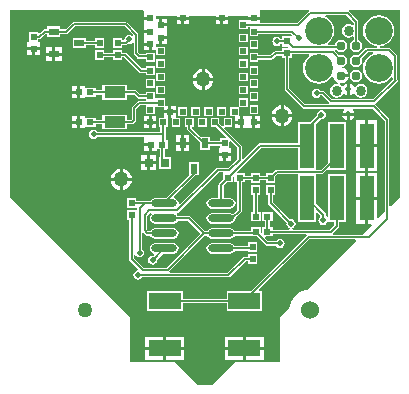
<source format=gtl>
%FSTAX23Y23*%
%MOIN*%
%SFA1B1*%

%IPPOS*%
%ADD10R,0.033470X0.023620*%
%ADD11R,0.021650X0.023620*%
%ADD12R,0.019690X0.023620*%
%ADD13R,0.023620X0.021650*%
%ADD14R,0.023620X0.019690*%
%ADD15C,0.031000*%
%ADD16R,0.050000X0.150000*%
%ADD17O,0.086610X0.023620*%
%ADD18R,0.023620X0.033470*%
%ADD19R,0.029530X0.031500*%
%ADD20R,0.070870X0.039370*%
%ADD21R,0.108270X0.055120*%
%ADD22R,0.019290X0.019290*%
%ADD23C,0.005000*%
%ADD24C,0.008000*%
%ADD25C,0.006000*%
%ADD26C,0.034000*%
%ADD27C,0.092000*%
%ADD28C,0.050000*%
%ADD29C,0.060000*%
%ADD30C,0.020000*%
%LNpumpminder_v2-1*%
%LPD*%
G36*
X0171Y01705D02*
D01*
Y01686*
X01698Y01673*
X01696Y0167*
X01695Y01667*
Y01622*
X01672*
X01666Y0162*
X0166Y01617*
X01657Y01611*
X01655Y01605*
X01657Y01598*
X0166Y01592*
X01666Y01589*
X01672Y01587*
X01735*
X01742Y01589*
X01748Y01592*
X01751Y01598*
X01753Y01605*
X01751Y01611*
X01748Y01617*
X01742Y0162*
X01735Y01622*
X01713*
Y01663*
X01724Y01674*
X01744*
Y01692*
X01748Y01695*
X01749Y01694*
Y01674*
X01759*
Y01582*
X01745Y01569*
X01742Y0157*
X01735Y01572*
X01672*
X01666Y0157*
X0166Y01567*
X01657Y01561*
X01655Y01555*
X01657Y01548*
X0166Y01542*
X01666Y01539*
X01672Y01537*
X01735*
X01742Y01539*
X01748Y01542*
X01751Y01548*
X01753Y01555*
X01753Y01555*
X01772Y01574*
X01773Y01576*
X01774Y01579*
Y01579*
Y01674*
X01783*
Y01682*
X01804*
Y01672*
X01835*
Y01682*
X01854*
Y01672*
X01885*
Y01694*
X01893Y01702*
X0196*
Y01542*
X0202*
Y01572*
X02024Y01574*
X02035Y01564*
X02034Y01559*
X02034Y01558*
X0203Y01553*
X02029Y01548*
X0203Y01542*
X02034Y01537*
X02039Y01533*
X02045Y01532*
X0205Y01533*
X02055Y01537*
X02059Y01542*
X02059Y01542*
X0206Y01542*
X02082*
Y01532*
X02067Y01517*
X01943*
X01942Y01522*
X01943Y01522*
X01948Y01526*
X01952Y01531*
X01953Y01537*
X01952Y01542*
X01948Y01547*
X01943Y01551*
X01938Y01552*
X01934Y01551*
X01877Y01608*
Y01633*
X01885*
Y01667*
X01854*
Y01633*
X01862*
Y01605*
X01862Y01602*
X01864Y01599*
X01923Y0154*
X01922Y01537*
X01923Y01531*
X01927Y01526*
X01932Y01522*
X01933Y01522*
X01932Y01517*
X01876*
Y01525*
X01867*
Y01545*
X01876*
Y01574*
X01842*
Y01545*
X01852*
Y01525*
X01842*
Y01504*
X01841Y01504*
X01837Y01506*
Y01525*
X01803*
Y01512*
X01751*
X01748Y01517*
X01742Y0152*
X01735Y01522*
X01672*
X01666Y0152*
X0166Y01517*
X01657Y01512*
X01651*
X01603Y0156*
X016Y01562*
X01598Y01562*
X01562*
X01559Y01567*
X01556Y01568*
X01558Y01573*
X01559*
X01561Y01573*
X01564Y01575*
X01697Y01708*
X0171*
Y01705*
G37*
G36*
X01472Y01572D02*
X01474Y01568D01*
X01471Y01567*
X01468Y01561*
X01466Y01555*
X01468Y01548*
X01471Y01542*
X01477Y01539*
X01484Y01537*
X01547*
X01553Y01539*
X01559Y01542*
X01562Y01547*
X01594*
X01634Y01507*
Y01502*
X01522Y0139*
X01446*
X01414Y01422*
Y01431*
X01419Y01433*
X01422Y01429*
X01427Y01425*
X01433Y01424*
X01438Y01425*
X01443Y01429*
X01447Y01434*
X01448Y0144*
X01447Y01445*
X01443Y0145*
X0144Y01452*
Y01505*
X0144Y01506*
X01445Y01507*
X01453Y01499*
X01456Y01497*
X01459Y01497*
X01468*
X01471Y01492*
X01477Y01489*
X01484Y01487*
X01547*
X01553Y01489*
X01559Y01492*
X01562Y01498*
X01564Y01505*
X01562Y01511*
X01559Y01517*
X01553Y0152*
X01547Y01522*
X01484*
X01477Y0152*
X01471Y01517*
X01468Y01512*
X01462*
X01457Y01517*
Y01562*
X01468Y01573*
X01472Y01572*
G37*
G36*
X023Y01625D02*
X0227Y01595D01*
X02265Y01597*
Y01883*
X02265Y01885*
X02264Y01886*
X02263Y01888*
X02218Y01932*
X02219Y01937*
X0222Y01938*
X02291Y02009*
X02293Y02012*
X02293Y02015*
X02293Y02017*
X02291Y0202*
Y02095*
X02291Y02097*
X0229Y02098*
X02289Y021*
X02268Y02121*
X02265Y02123*
X02263Y02123*
X02234*
X02234Y02128*
X02243Y02129*
X02255Y02135*
X02266Y02143*
X02274Y02154*
X0228Y02166*
X02281Y0218*
X0228Y02193*
X02274Y02205*
X02266Y02216*
X02255Y02224*
X02243Y0223*
X0223Y02231*
X02216Y0223*
X02204Y02224*
X02193Y02216*
X02185Y02205*
X02179Y02193*
X02178Y0218*
X02179Y02166*
X02185Y02154*
X02193Y02143*
X02204Y02135*
X02216Y02129*
X02225Y02128*
X02225Y02123*
X02191*
X02188Y02123*
X02185Y02121*
X02163Y02099*
X02163Y02099*
X02155Y021*
X02147Y02099*
X0214Y02094*
X02135Y02088*
X02134Y0208*
X02135Y02072*
X0214Y02065*
X02147Y0206*
X02155Y02059*
X02163Y0206*
X02169Y02065*
X02174Y02072*
X02175Y0208*
X02174Y02088*
X02174Y02088*
X02194Y02108*
X02211*
X02212Y02103*
X02204Y02099*
X02193Y02091*
X02185Y0208*
X02179Y02068*
X02178Y02055*
X02179Y02041*
X02185Y02029*
X02193Y02018*
X02204Y0201*
X02216Y02004*
X0223Y02003*
X02243Y02004*
X02255Y0201*
X02266Y02018*
X02271Y02024*
X02276Y02023*
Y02017*
X02276Y02016*
X02211Y01951*
X02075*
X02049Y01977*
X02046Y01979*
X02044Y01979*
X02035*
X02033Y01982*
X02028Y01986*
X02023Y01987*
X02017Y01986*
X02012Y01982*
X02008Y01977*
X02007Y01972*
X02008Y01966*
X02012Y01961*
X02017Y01957*
X02023Y01956*
X02028Y01957*
X02033Y01961*
X02035Y01964*
X0204*
X02064Y0194*
X02063Y01935*
X01985*
X01932Y01988*
Y02088*
X0194*
Y02101*
X01998*
X01999Y02096*
X01993Y02091*
X01985Y0208*
X01979Y02068*
X01978Y02055*
X01979Y02041*
X01985Y02029*
X01993Y02018*
X02004Y0201*
X02016Y02004*
X0203Y02003*
X02043Y02004*
X02055Y0201*
X02066Y02018*
X02074Y02028*
X02077Y02027*
X02079Y02027*
X0208Y0202*
X02086Y02011*
X02093Y02007*
X02091Y02002*
X0209Y02002*
X02081Y02001*
X02073Y01996*
X02068Y01988*
X02067Y0198*
X02068Y01971*
X02073Y01963*
X02081Y01958*
X0209Y01957*
X02098Y01958*
X02106Y01963*
X02107Y01965*
X02114Y0197*
X02114Y0197*
X02121Y01966*
X02124Y01965*
Y01985*
Y02004*
X02121Y02003*
X02114Y01999*
X02111Y01995*
X02106*
X02106Y01996*
X021Y01999*
X02102Y02004*
X02105Y02004*
X02114Y02005*
X02123Y02011*
X02129Y0202*
X0213Y02025*
X02105*
Y02035*
X0213*
X02129Y02039*
X02123Y02048*
X02114Y02054*
X02109Y02055*
Y0206*
X02113Y0206*
X02119Y02065*
X02124Y02072*
X02125Y0208*
X02124Y02088*
X02119Y02094*
X02113Y02099*
X02105Y021*
X02097Y02099*
X02096Y02099*
X02083Y02112*
X02084Y02115*
X02089Y02116*
X0209Y02115*
X02097Y0211*
X02105Y02109*
X02113Y0211*
X02119Y02115*
X02124Y02122*
X02125Y0213*
X02124Y02138*
X02119Y02144*
X02113Y02149*
X02105Y0215*
X02097Y02149*
X0209Y02144*
X02085Y02138*
X02084Y02133*
X02061*
X0206Y02138*
X02066Y02143*
X02074Y02154*
X0208Y02166*
X02081Y0218*
X0208Y02193*
X02074Y02205*
X02066Y02216*
X02055Y02224*
X02052Y02226*
X02053Y02231*
X02122*
X02147Y02206*
Y022*
X02142Y02198*
X02138Y02201*
X0213Y02202*
X02121Y02201*
X02113Y02196*
X02108Y02188*
X02107Y0218*
X02108Y02171*
X02113Y02163*
X02121Y02158*
X0213Y02157*
X02138Y02158*
X02142Y02161*
X02147Y02159*
Y02149*
X02147Y02149*
X0214Y02144*
X02135Y02138*
X02134Y0213*
X02135Y02122*
X0214Y02115*
X02147Y0211*
X02155Y02109*
X02163Y0211*
X02169Y02115*
X02174Y02122*
X02175Y0213*
X02174Y02138*
X02169Y02144*
X02163Y02149*
X02162Y02149*
Y0221*
X02162Y02212*
X02161Y02213*
X0216Y02215*
X02131Y02244*
X0213Y02245*
X02131Y0225*
X023*
Y01625*
G37*
G36*
X0196Y01717D02*
X0189D01*
X01887Y01717*
X01884Y01715*
X01876Y01706*
X01854*
Y01697*
X01835*
Y01706*
X01804*
Y01697*
X01783*
Y01705*
X01761*
X01759Y0171*
X01838Y01789*
X0196*
Y01717*
G37*
G36*
X01997Y02245D02*
X01996Y02244D01*
X01959Y02207*
X01834*
Y02216*
X01795*
Y02214*
X01794*
X01764*
Y02184*
X01794*
Y02191*
X018*
Y02163*
X01829*
Y0217*
X01937*
X01941Y02166*
X01939Y02161*
X01909*
Y02152*
X01902*
X01901Y02155*
X01896Y02158*
X0189Y02159*
X01884Y02158*
X01879Y02155*
X01876Y0215*
X01875Y02144*
X01876Y02138*
X01879Y02133*
X01884Y0213*
X0189Y02129*
X01896Y0213*
X01901Y02133*
X01902Y02136*
X01909*
Y02127*
X01927*
X0193Y02123*
X01929Y02122*
X01909*
Y02112*
X01886*
X01883Y02112*
X0188Y0211*
X01868Y02098*
X01829*
Y02105*
X018*
Y02076*
X01829*
Y02083*
X01872*
X01875Y02084*
X01877Y02085*
X01889Y02097*
X01909*
Y02088*
X01917*
Y01985*
X01917Y01982*
X01919Y01979*
X01976Y01922*
X01979Y0192*
X01982Y0192*
X02113*
X02114Y01915*
X02114Y01915*
X0211Y01908*
X02109Y01906*
X02148*
X02147Y01908*
X02143Y01915*
X02143Y01915*
X02144Y0192*
X02209*
X0225Y01879*
Y01575*
X02229Y01554*
X02225Y01556*
Y01617*
X02195*
Y01537*
X02205*
X02207Y01532*
X02174Y01499*
X02077*
X02076Y01504*
X02076Y01504*
X02095Y01523*
X02097Y01526*
X02097Y01529*
Y01542*
X0212*
Y01702*
X0206*
Y01561*
X02058Y0156*
X02057Y01561*
X02054Y01567*
Y01567*
X02053Y0157*
X02053Y01571*
X02051Y01573*
X0202Y01605*
Y01702*
X0204*
X02042Y01702*
X02045Y01704*
X02058Y01717*
X0206Y01717*
X0212*
Y01877*
X02121Y01882*
X02124Y01881*
Y01896*
X02109*
X0211Y01893*
X02114Y01886*
X02121Y01882*
X02119Y01877*
X0206*
Y0174*
X02036Y01717*
X0202*
Y01868*
X02037Y01885*
X02039Y01884*
X02044Y01885*
X02049Y01889*
X02053Y01894*
X02054Y019*
X02053Y01905*
X02049Y0191*
X02044Y01914*
X02039Y01915*
X02033Y01914*
X02028Y0191*
X02024Y01905*
X02023Y019*
X02024Y01898*
X02003Y01877*
X0196*
Y01805*
X01834*
X01831Y01805*
X01829Y01803*
X01779Y01753*
X01774Y01755*
Y01792*
X01773Y01795*
X01772Y01798*
X01715Y01855*
X01716Y01859*
X01717Y01859*
X01742*
Y01889*
X01713*
Y01863*
X01713Y01863*
X01709Y01861*
X01699Y0187*
Y01889*
X0167*
Y01859*
X01688*
X01721Y01827*
X01719Y01822*
X01701*
Y01812*
X01668*
Y01827*
X01635*
X01607Y01855*
X01609Y01859*
X01613*
Y01889*
X01583*
Y01859*
X0159*
Y01853*
X01591Y0185*
X01593Y01848*
X01634Y01806*
Y01783*
X01668*
Y01797*
X01701*
Y01791*
Y01788*
X017Y01788*
X01696*
Y01771*
X01737*
Y01788*
X01733*
X01732Y01788*
Y01791*
Y01809*
X01737Y01811*
X01759Y01789*
Y01753*
X01728Y01723*
X01694*
X01691Y01723*
X01688Y01721*
X01568Y01601*
X01563Y01603*
X01564Y01605*
X01562Y01611*
X01559Y01617*
X01553Y0162*
X01549Y01621*
X01547Y01626*
X01619Y01698*
X01619Y01698*
X0163*
Y01742*
X01597*
Y01698*
X01597Y01697*
X01521Y01622*
X01484*
X01477Y0162*
X01471Y01617*
X01468Y01612*
X01421*
Y01622*
X01392*
Y01588*
X01421*
X01425Y01588*
X01425Y01588*
Y01583*
X01421*
X01392*
Y01549*
X01399*
Y01419*
X01399Y01416*
X01401Y01413*
X01428Y01386*
X01428Y01383*
X01427Y01381*
X01422Y0138*
X01417Y01376*
X01413Y01371*
X01412Y01366*
X01413Y0136*
X01417Y01355*
X01422Y01351*
X01428Y0135*
X01433Y01351*
X01438Y01355*
X0144Y01358*
X01729*
X01731Y01358*
X01734Y0136*
X01786Y01412*
X01795*
Y01403*
X01824*
Y01437*
X01795*
Y01427*
X01783*
X0178Y01427*
X01777Y01425*
X01725Y01373*
X01534*
X01533Y01373*
X01532Y01378*
X01651Y01497*
X01657*
X0166Y01492*
X01666Y01489*
X01672Y01487*
X01735*
X01742Y01489*
X01748Y01492*
X01751Y01497*
X01803*
Y01494*
X01825*
X01853Y01465*
X01856Y01463*
X01859Y01463*
X01888*
X0189Y0146*
X01895Y01456*
X01901Y01455*
X01906Y01456*
X01911Y0146*
X01915Y01465*
X01916Y01471*
X01915Y01476*
X01911Y01481*
X01906Y01485*
X01901Y01486*
X01895Y01485*
X0189Y01481*
X01888Y01478*
X01862*
X01851Y01489*
X01853Y01494*
X01876*
Y01502*
X01989*
X0199Y01497*
X0199Y01497*
X01804Y01311*
X01723*
Y01286*
X01576*
Y01311*
X01457*
Y01246*
X01576*
Y01271*
X01723*
Y01246*
X01842*
Y01311*
X01832*
X0183Y01315*
X01999Y01484*
X02152*
X02154Y01479*
X01992Y01317*
X01986Y01316*
X01974Y01312*
X01962Y01306*
X01952Y01297*
X01943Y01287*
X01937Y01275*
X01933Y01263*
X01932Y01257*
X019Y01225*
Y01075*
X0175*
X01675Y01*
X01625*
X0155Y01075*
X014*
Y01225*
X01Y01625*
Y0225*
X01445*
X01448Y02246*
Y0223*
X01448*
Y02226*
X01468*
Y02216*
X01448*
Y02201*
Y02197*
Y02182*
X01468*
Y02172*
X01448*
Y02158*
Y02154*
Y02139*
X01468*
Y02134*
X01473*
Y02114*
X01485*
X01488*
X01489Y02113*
Y02098*
X01518*
Y02127*
X01491*
X01489*
X01488Y02128*
Y02136*
X01498*
Y02156*
X01503*
Y02161*
X01523*
Y02175*
Y02179*
Y02194*
X01503*
Y02199*
X01498*
Y02219*
X01488*
Y0223*
X01557*
Y02226*
X01596*
Y0223*
X01687*
Y02226*
X01726*
Y0223*
X01795*
Y02226*
X01834*
Y0223*
X01834*
X01834Y0225*
X01996*
X01997Y02245*
G37*
%LNpumpminder_v2-2*%
%LPC*%
G36*
X01571Y01832D02*
X01554D01*
Y0181*
X01571*
Y01832*
G37*
G36*
X02225Y01882D02*
X02195D01*
Y01802*
X02225*
Y01882*
G37*
G36*
X01598Y01832D02*
X01581D01*
Y0181*
X01598*
Y01832*
G37*
G36*
X01528Y01905D02*
X01513D01*
Y01892*
Y0189*
X01512Y01889*
X01497*
Y01859*
X01502*
Y01843*
X01291*
X0129Y01844*
X01285Y01848*
X0128Y01849*
X01274Y01848*
X01269Y01844*
X01265Y01839*
X01264Y01834*
X01265Y01828*
X01269Y01823*
X01274Y01819*
X0128Y01818*
X01285Y01819*
X0129Y01823*
X01291Y01824*
X01448*
Y01819*
Y01805*
X0147*
Y018*
X01475*
Y0178*
X01492*
Y01784*
X01492Y01785*
X01495*
X015*
Y0176*
X01496*
Y01719*
X01536*
Y0176*
X01518*
Y01785*
X01526*
Y01814*
X0152*
Y01834*
Y01859*
X01526*
Y01886*
Y01889*
X01527Y0189*
X01528*
Y01905*
G37*
G36*
X01791Y01894D02*
D01*
X01776*
Y01874*
Y01854*
X01791*
X01795*
X01809*
Y01874*
Y01894*
X01795*
X01791*
G37*
G36*
X02185Y01882D02*
X02155D01*
Y01802*
X02185*
Y01882*
G37*
G36*
X01488Y01765D02*
X01468D01*
Y01745*
X01488*
Y01765*
G37*
G36*
X01458D02*
X01438D01*
Y01745*
X01458*
Y01765*
G37*
G36*
X01571Y018D02*
X01554D01*
Y01778*
X01571*
Y018*
G37*
G36*
X01465Y01795D02*
X01448D01*
Y0178*
X01465*
Y01795*
G37*
G36*
X01598Y018D02*
X01581D01*
Y01778*
X01598*
Y018*
G37*
G36*
X01942Y01892D02*
X01913D01*
Y01862*
X01917Y01862*
X01925Y01866*
X01932Y01872*
X01938Y01879*
X01942Y01887*
X01942Y01892*
G37*
G36*
X01903D02*
X01873D01*
X01873Y01887*
X01877Y01879*
X01883Y01872*
X0189Y01866*
X01898Y01862*
X01903Y01862*
Y01892*
G37*
G36*
X01656Y01889D02*
X01627D01*
Y01859*
X01656*
Y01889*
G37*
G36*
X01764Y01924D02*
X01735D01*
Y01895*
X01752*
Y01894*
Y01891*
Y01879*
X01766*
Y01894*
X01765*
X01764Y01895*
Y01897*
Y01924*
G37*
G36*
X01488Y01894D02*
X01473D01*
Y01879*
X01488*
Y01894*
G37*
G36*
X01463D02*
X01448D01*
Y01879*
X01463*
Y01894*
G37*
G36*
X01766Y01869D02*
X01752D01*
Y01854*
X01766*
Y01869*
G37*
G36*
X01488D02*
X01473D01*
Y01854*
X01488*
Y01869*
G37*
G36*
X01463D02*
X01448D01*
Y01854*
X01463*
Y01869*
G37*
G36*
X01553Y01905D02*
X01538D01*
Y0189*
X0154*
Y01889*
Y01886*
Y01859*
X01569*
Y01889*
X01554*
X01553Y0189*
Y01892*
Y01905*
G37*
G36*
X01225Y0187D02*
X01208D01*
Y01855*
X01225*
Y0187*
G37*
G36*
X01834Y01869D02*
X01819D01*
Y01854*
X01834*
Y01869*
G37*
G36*
X01737Y01761D02*
X01722D01*
Y01744*
X01737*
Y01761*
G37*
G36*
X01777Y01116D02*
X01718D01*
Y01083*
X01777*
Y01116*
G37*
G36*
X01824Y01476D02*
X01795D01*
Y01462*
X01751*
X01748Y01467*
X01742Y0147*
X01735Y01472*
X01672*
X01666Y0147*
X0166Y01467*
X01657Y01461*
X01655Y01455*
X01657Y01448*
X0166Y01442*
X01666Y01439*
X01672Y01437*
X01735*
X01742Y01439*
X01748Y01442*
X01751Y01447*
X01795*
Y01442*
X01824*
Y01476*
G37*
G36*
X01581Y01116D02*
X01522D01*
Y01083*
X01581*
Y01116*
G37*
G36*
X01835Y01667D02*
X01804D01*
Y01633*
X01812*
Y01574*
X01803*
Y01545*
X01837*
Y01574*
X01827*
Y01633*
X01835*
Y01667*
G37*
G36*
X02185Y01617D02*
X02155D01*
Y01537*
X02185*
Y01617*
G37*
G36*
X01547Y01472D02*
X01484D01*
X01477Y0147*
X01471Y01467*
X01468Y01461*
X01466Y01455*
X01468Y01448*
X01471Y01442*
X01477Y01439*
X01479Y01438*
X01481Y01433*
X01477Y0143*
X01476Y0143*
X0147Y01429*
X01465Y01426*
X01461Y01421*
X0146Y01415*
X01461Y01409*
X01465Y01404*
X0147Y01401*
X01476Y014*
X01481Y01401*
X01486Y01404*
X0149Y01409*
X01491Y01415*
X0149Y01417*
X01511Y01437*
X01547*
X01553Y01439*
X01559Y01442*
X01562Y01448*
X01564Y01455*
X01562Y01461*
X01559Y01467*
X01553Y0147*
X01547Y01472*
G37*
G36*
X01512Y01158D02*
X01452D01*
Y01126*
X01512*
Y01158*
G37*
G36*
X01847Y01116D02*
X01787D01*
Y01083*
X01847*
Y01116*
G37*
G36*
X01581Y01158D02*
X01522D01*
Y01126*
X01581*
Y01158*
G37*
G36*
X01847D02*
X01787D01*
Y01126*
X01847*
Y01158*
G37*
G36*
X01777D02*
X01718D01*
Y01126*
X01777*
Y01158*
G37*
G36*
X02185Y01707D02*
X02155D01*
Y01627*
X02185*
Y01707*
G37*
G36*
X02225Y01792D02*
X02195D01*
Y01712*
X02225*
Y01792*
G37*
G36*
X02185D02*
X02155D01*
Y01712*
X02185*
Y01792*
G37*
G36*
X01458Y01735D02*
X01438D01*
Y01714*
X01458*
Y01735*
G37*
G36*
X01712Y01761D02*
X01696D01*
Y01744*
X01712*
Y01761*
G37*
G36*
X01488Y01735D02*
X01468D01*
Y01714*
X01488*
Y01735*
G37*
G36*
X01512Y01116D02*
X01452D01*
Y01083*
X01512*
Y01116*
G37*
G36*
X01367Y01679D02*
X01337D01*
X01337Y01674*
X01341Y01666*
X01347Y01659*
X01354Y01653*
X01362Y01649*
X01367Y01649*
Y01679*
G37*
G36*
X02225Y01707D02*
X02195D01*
Y01627*
X02225*
Y01707*
G37*
G36*
X01406Y01679D02*
X01377D01*
Y01649*
X01381Y01649*
X01389Y01653*
X01396Y01659*
X01402Y01666*
X01406Y01674*
X01406Y01679*
G37*
G36*
X01377Y01718D02*
Y01689D01*
X01406*
X01406Y01693*
X01402Y01701*
X01396Y01708*
X01389Y01714*
X01381Y01718*
X01377Y01718*
G37*
G36*
X01367D02*
X01362Y01718D01*
X01354Y01714*
X01347Y01708*
X01341Y01701*
X01337Y01693*
X01337Y01689*
X01367*
Y01718*
G37*
G36*
X01174Y02097D02*
X01152D01*
Y0208*
X01174*
Y02097*
G37*
G36*
X01142D02*
X0112D01*
Y0208*
X01142*
Y02097*
G37*
G36*
X01794Y02084D02*
X01764D01*
Y02054*
X01794*
Y02084*
G37*
G36*
X011Y02115D02*
X01085D01*
Y02098*
X011*
Y02115*
G37*
G36*
X01075D02*
X01059D01*
Y02098*
X01075*
Y02115*
G37*
G36*
X01794Y02127D02*
X01764D01*
Y02098*
X01794*
Y02127*
G37*
G36*
X0165Y02052D02*
Y02023D01*
X01679*
X01679Y02027*
X01675Y02035*
X01669Y02042*
X01662Y02048*
X01654Y02052*
X0165Y02052*
G37*
G36*
X0164D02*
X01635Y02052D01*
X01627Y02048*
X0162Y02042*
X01614Y02035*
X0161Y02027*
X0161Y02023*
X0164*
Y02052*
G37*
G36*
X01794Y0204D02*
X01764D01*
Y02011*
X01794*
Y0204*
G37*
G36*
X01518Y02084D02*
X01489D01*
Y02054*
X01518*
Y02084*
G37*
G36*
X01829Y02062D02*
X018D01*
Y02033*
X01829*
Y02062*
G37*
G36*
X01315Y02117D02*
X01284D01*
Y02083*
X01315*
Y02092*
X01344*
Y02083*
X01375*
Y02092*
X01381*
X01431Y02042*
X01434Y0204*
X01437Y0204*
X01453*
Y02033*
X01483*
Y02062*
X01453*
Y02055*
X0144*
X0139Y02105*
X01387Y02107*
X01384Y02107*
X01375*
Y02117*
X01344*
Y02107*
X01315*
Y02117*
G37*
G36*
X01142Y02124D02*
X0112D01*
Y02107*
X01142*
Y02124*
G37*
G36*
X01596Y02216D02*
X01581D01*
Y02201*
X01596*
Y02216*
G37*
G36*
X01571D02*
X01557D01*
Y02201*
X01571*
Y02216*
G37*
G36*
X01387Y02209D02*
X01214D01*
X01211Y02209*
X01208Y02207*
X01186Y02185*
X01169*
Y02194*
X01125*
Y02185*
X01117*
X01114Y02184*
X01111Y02182*
X011Y02171*
X01095Y02173*
Y02176*
X01064*
Y02145*
Y02142*
X01063Y02142*
X01059*
Y02125*
X011*
Y02142*
X01095*
Y02142*
Y02145*
Y02152*
X01099*
X01102Y02152*
X01105Y02154*
X0112Y02169*
X01125*
Y0216*
X01169*
Y02169*
X01189*
X01192Y0217*
X01194Y02171*
X01217Y02194*
X01383*
X01412Y02165*
X01411Y02161*
X01409Y0216*
X01408Y02161*
X01403Y02165*
X01398Y02166*
X01392Y02165*
X01387Y02161*
X01383Y02156*
X01382Y02151*
X0138Y02148*
X01375Y0215*
Y02156*
X01344*
Y02122*
X01375*
Y02132*
X01386*
X01389Y02132*
X01392Y02134*
X01394Y02136*
X01398Y02135*
X01403Y02136*
X01408Y0214*
X01409Y02141*
X01414Y02139*
Y02104*
X01414Y02101*
X01416Y02098*
X01425Y02089*
X01428Y02087*
X01431Y02087*
X01453*
Y02076*
X01483*
Y02105*
X01453*
Y02102*
X01434*
X01429Y02107*
Y02167*
X01429Y02169*
X01427Y02172*
X01392Y02207*
X01389Y02209*
X01387Y02209*
G37*
G36*
X01523Y02219D02*
X01508D01*
Y02204*
X01523*
Y02219*
G37*
G36*
X01726Y02216D02*
X01711D01*
Y02201*
X01726*
Y02216*
G37*
G36*
X01701D02*
X01687D01*
Y02201*
X01701*
Y02216*
G37*
G36*
X01829Y02149D02*
X018D01*
Y02119*
X01829*
Y02149*
G37*
G36*
X01463Y02129D02*
X01448D01*
Y02114*
X01463*
Y02129*
G37*
G36*
X01174Y02124D02*
X01152D01*
Y02107*
X01174*
Y02124*
G37*
G36*
X01794Y0217D02*
X01764D01*
Y02141*
X01794*
Y0217*
G37*
G36*
X01523Y02151D02*
X01508D01*
Y02136*
X01523*
Y02151*
G37*
G36*
X01254Y02156D02*
X0121D01*
Y02123*
X01254*
Y02132*
X01284*
Y02122*
X01315*
Y02156*
X01284*
Y02147*
X01254*
Y02156*
G37*
G36*
X01913Y01931D02*
Y01902D01*
X01942*
X01942Y01906*
X01938Y01914*
X01932Y01921*
X01925Y01927*
X01917Y01931*
X01913Y01931*
G37*
G36*
X01903D02*
X01898Y01931D01*
X0189Y01927*
X01883Y01921*
X01877Y01914*
X01873Y01906*
X01873Y01902*
X01903*
Y01931*
G37*
G36*
X01721Y01924D02*
X01692D01*
Y01895*
X01721*
Y01924*
G37*
G36*
X01794Y01954D02*
X01764D01*
Y01924*
X01794*
Y01954*
G37*
G36*
X01553Y01929D02*
X01538D01*
Y01915*
X01553*
Y01929*
G37*
G36*
X01829Y01932D02*
X018D01*
Y01903*
X01829*
Y01932*
G37*
G36*
X02148Y01896D02*
X02134D01*
Y01881*
X02136Y01882*
X02143Y01886*
X02147Y01893*
X02148Y01896*
G37*
G36*
X01225Y01894D02*
X01208D01*
Y0188*
X01225*
Y01894*
G37*
G36*
X01834Y01894D02*
X01819D01*
Y01879*
X01834*
Y01894*
G37*
G36*
X01678Y01924D02*
X01648D01*
Y01895*
X01678*
Y01924*
G37*
G36*
X01634D02*
X01605D01*
Y01895*
X01634*
Y01924*
G37*
G36*
X01591D02*
X01562D01*
Y01895*
X01591*
Y01924*
G37*
G36*
X01829Y01975D02*
X018D01*
Y01946*
X01829*
Y01975*
G37*
G36*
X01483Y02019D02*
X01453D01*
Y01989*
X01483*
Y02019*
G37*
G36*
X01679Y02013D02*
X0165D01*
Y01983*
X01654Y01983*
X01662Y01987*
X01669Y01993*
X01675Y02*
X01679Y02008*
X01679Y02013*
G37*
G36*
X0164D02*
X0161D01*
X0161Y02008*
X01614Y02*
X0162Y01993*
X01627Y01987*
X01635Y01983*
X0164Y01983*
Y02013*
G37*
G36*
X01518Y0204D02*
X01489D01*
Y02011*
X01518*
Y0204*
G37*
G36*
X02155Y0205D02*
X02147Y02049D01*
X0214Y02044*
X02135Y02038*
X02135Y02034*
X02134Y0203*
X02135Y02025*
X02135Y02022*
X0214Y02015*
X02147Y0201*
X02155Y02009*
X02163Y0201*
X02169Y02015*
X02174Y02022*
X02175Y0203*
X02174Y02038*
X02169Y02044*
X02163Y02049*
X02155Y0205*
G37*
G36*
X01829Y02019D02*
X018D01*
Y01989*
X01829*
Y02019*
G37*
G36*
X01794Y01997D02*
X01764D01*
Y01968*
X01794*
Y01997*
G37*
G36*
X02134Y02004D02*
Y01985D01*
Y01965*
X02136Y01966*
X02143Y0197*
X02143Y01971*
X02148*
X02153Y01963*
X02161Y01958*
X0217Y01957*
X02178Y01958*
X02186Y01963*
X02191Y01971*
X02192Y0198*
X02191Y01988*
X02186Y01996*
X02178Y02001*
X0217Y02002*
X02161Y02001*
X02153Y01996*
X02152Y01993*
X02147*
X02143Y01999*
X02136Y02003*
X02134Y02004*
G37*
G36*
X01225Y0197D02*
X01208D01*
Y01955*
X01225*
Y0197*
G37*
G36*
X0139Y01998D02*
X01309D01*
Y01981*
X01286*
Y01989*
X01255*
X01252*
X01252Y0199*
Y01994*
X01235*
Y01975*
Y01955*
X01252*
Y01959*
X01252Y0196*
X01255*
X01286*
Y01966*
X01309*
Y01949*
X0139*
Y01966*
X01416*
X01427Y01955*
X01429Y01954*
X01432Y01953*
X01453*
Y01947*
X01431*
X01428Y01946*
X01426Y01944*
X01408Y01927*
X01406Y01924*
X01406Y01922*
Y01884*
X01405Y01883*
X0139*
Y019*
X01309*
Y01883*
X01286*
Y01889*
X01255*
X01252*
X01252Y0189*
Y01894*
X01235*
Y01875*
Y01855*
X01252*
Y01859*
X01252Y0186*
X01255*
X01286*
Y01868*
X01309*
Y01851*
X0139*
Y01868*
X01408*
X01411Y01868*
X01414Y0187*
X01419Y01875*
X01421Y01878*
X01421Y01881*
Y01918*
X01434Y01931*
X01453*
Y01903*
X01483*
Y01931*
X01489*
Y01924*
X01513*
Y01915*
X01528*
Y01929*
X01518*
Y01954*
X01489*
Y01947*
X01483*
Y01975*
X01453*
Y01968*
X01435*
X01425Y01979*
X01422Y01981*
X01419Y01981*
X0139*
Y01998*
G37*
G36*
X01225Y01994D02*
X01208D01*
Y0198*
X01225*
Y01994*
G37*
G36*
X01518Y01997D02*
X01489D01*
Y01968*
X01518*
Y01997*
G37*
%LNpumpminder_v2-3*%
%LPD*%
G54D10*
X01147Y02177D03*
Y02102D03*
X01232Y0214D03*
G54D11*
X0182Y0165D03*
Y01689D03*
X0187D03*
Y0165D03*
X01717Y01766D03*
Y01805D03*
X013Y02139D03*
Y021D03*
X0136D03*
Y02139D03*
X0108Y0212D03*
Y02159D03*
X01925Y02144D03*
Y02105D03*
G54D12*
X0181Y0142D03*
Y01459D03*
X01407Y01605D03*
Y01566D03*
G54D13*
X0182Y0151D03*
X01859D03*
X01727Y0169D03*
X01766D03*
G54D14*
X0182Y0156D03*
X01859D03*
X01509Y018D03*
X0147D03*
X01269Y01875D03*
X0123D03*
X01269Y01975D03*
X0123D03*
G54D15*
X02155Y0208D03*
X02105Y0203D03*
X02155D03*
X02105Y0208D03*
X02155Y0213D03*
X02105D03*
G54D16*
X0199Y01622D03*
Y01797D03*
X0209Y01622D03*
Y01797D03*
X0219Y01622D03*
Y01797D03*
G54D17*
X01704Y01455D03*
Y01505D03*
Y01555D03*
Y01605D03*
X01515Y01455D03*
Y01505D03*
Y01555D03*
Y01605D03*
G54D18*
X01651Y01805D03*
X01576D03*
X01614Y0172D03*
G54D19*
X01463Y0174D03*
X01516D03*
G54D20*
X0135Y01875D03*
Y01974D03*
G54D21*
X01517Y01121D03*
Y01278D03*
X01782Y01121D03*
Y01278D03*
G54D22*
X01576Y02221D03*
X01706D03*
X01503Y01939D03*
Y01982D03*
Y02026D03*
Y02069D03*
Y02112D03*
Y02156D03*
X01468Y01917D03*
Y01961D03*
Y02004D03*
Y02047D03*
Y02091D03*
Y02134D03*
Y02177D03*
X01503Y02199D03*
X01468Y02221D03*
Y01874D03*
X01511D03*
X01555D03*
X01598D03*
X01641D03*
X01685D03*
X01728D03*
X01771D03*
X01814D03*
X01533Y0191D03*
X01576D03*
X0162D03*
X01663D03*
X01706D03*
X0175D03*
X01814Y01917D03*
Y01961D03*
Y02004D03*
Y02047D03*
Y02091D03*
Y02134D03*
Y02177D03*
Y02221D03*
X01779Y01939D03*
Y01982D03*
Y02026D03*
Y02069D03*
Y02112D03*
Y02156D03*
Y02199D03*
G54D23*
X01716Y01805D02*
X01717Y01805D01*
X01651Y01805D02*
X01716D01*
X0135Y01974D02*
X01419D01*
X01432Y01961*
X01468*
X01431Y01939D02*
X01503D01*
X01414Y01922D02*
X01431Y01939D01*
X01414Y01881D02*
Y01922D01*
X01408Y01875D02*
X01414Y01881D01*
X0135Y01875D02*
X01408D01*
X0127D02*
X0135D01*
X01269Y01875D02*
X0127Y01875D01*
Y01974D02*
X0135D01*
X01269Y01975D02*
X0127Y01974D01*
X013Y021D02*
X0136D01*
X01384*
X01437Y02047*
X01468*
X0136Y02139D02*
X01386D01*
X01398Y02151*
X01232Y0214D02*
X01299D01*
X013Y02139*
X0108Y02159D02*
X01099D01*
X01117Y02177*
X01147*
X01464Y02095D02*
X01468Y02091D01*
X01431Y02095D02*
X01464D01*
X01422Y02104D02*
X01431Y02095D01*
X01422Y02104D02*
Y02167D01*
X01387Y02202D02*
X01422Y02167D01*
X01214Y02202D02*
X01387D01*
X01189Y02177D02*
X01214Y02202D01*
X01147Y02177D02*
X01189D01*
X01598Y01853D02*
Y01874D01*
Y01853D02*
X01646Y01805D01*
X01651*
X01685Y01874D02*
X01766Y01792D01*
Y0175D02*
Y01792D01*
X01732Y01716D02*
X01766Y0175D01*
X01694Y01716D02*
X01732D01*
X01559Y01581D02*
X01694Y01716D01*
X01465Y01581D02*
X01559D01*
X0145Y01566D02*
X01465Y01581D01*
X0145Y01514D02*
Y01566D01*
Y01514D02*
X01459Y01505D01*
X01515*
X01648D02*
X01704D01*
X01598Y01555D02*
X01648Y01505D01*
X01515Y01555D02*
X01598D01*
X01704Y01505D02*
X01815D01*
X0182Y0151*
X01859D02*
Y0156D01*
X0182D02*
Y0165D01*
X0182Y0165D02*
X0182Y0165D01*
X01704Y01455D02*
X01805D01*
X0181Y01459*
X01407Y01605D02*
X01407Y01605D01*
X01526Y01383D02*
X01648Y01505D01*
X01407Y01419D02*
Y01566D01*
Y01419D02*
X01443Y01383D01*
X01526*
X01783Y0142D02*
X0181D01*
X01729Y01366D02*
X01783Y0142D01*
X01428Y01366D02*
X01729D01*
X01433Y0144D02*
Y01588D01*
X0145Y01605*
X01407D02*
X0145D01*
X01515*
X01704Y01555D02*
X01742D01*
X01766Y01579*
Y0169*
X01859Y0151D02*
X02071D01*
X0209Y01529*
Y01622*
X0182Y0151D02*
X01859Y01471D01*
X01901*
X0187Y01605D02*
X01938Y01537D01*
X0187Y01605D02*
Y0165D01*
Y01689D02*
X0189Y0171D01*
X0204*
X0209Y0176*
Y01797*
X01515Y01605D02*
X01614Y01703D01*
Y0172*
X0182Y01689D02*
X0187D01*
X01766Y0169D02*
X0182D01*
X01814Y02091D02*
X01872D01*
X01886Y02105*
X01925*
X01928Y02109*
X02076*
X02105Y0208*
X01779Y02199D02*
X01962D01*
X02002Y02239*
X02126*
X02155Y0221*
Y0213D02*
Y0221D01*
X01814Y02177D02*
X0194D01*
X01963Y02155*
X02023Y01972D02*
X02044D01*
X02072Y01944*
X02215*
X02286Y02015*
X02284Y02017D02*
X02286Y02015D01*
X02284Y02017D02*
Y02095D01*
X02263Y02116D02*
X02284Y02095D01*
X02191Y02116D02*
X02263D01*
X02155Y0208D02*
X02191Y02116D01*
X01517Y01278D02*
X01782D01*
X01996Y01492*
X02198*
X02258Y01552*
Y01883*
X02213Y01928D02*
X02258Y01883D01*
X01982Y01928D02*
X02213D01*
X01925Y01985D02*
X01982Y01928D01*
X01925Y01985D02*
Y02105D01*
G54D24*
X01509Y01746D02*
Y018D01*
Y01746D02*
X01516Y0174D01*
X0128Y01834D02*
X01511D01*
Y01874*
Y01802D02*
Y01834D01*
X01509Y018D02*
X01511Y01802D01*
X01476Y01415D02*
X01515Y01455D01*
X01704Y01605D02*
Y01667D01*
X01727Y0169*
X0199Y01797D02*
Y01851D01*
X02039Y019*
X0199Y01622D02*
X02045Y01567D01*
Y01548D02*
Y01567D01*
G54D25*
X01727Y0169D02*
X01834Y01797D01*
X0199*
X021Y02125D02*
X02105Y0213D01*
X01944Y02125D02*
X021D01*
X01925Y02144D02*
X01944Y02125D01*
X0189Y02144D02*
X01925D01*
G54D26*
X0213Y0218D03*
X0217Y0198D03*
X0209D03*
G54D27*
X0203Y0218D03*
X0223D03*
Y02055D03*
X0203D03*
G54D28*
X0125Y0125D03*
X01908Y01897D03*
X01372Y01684D03*
X01645Y02018D03*
G54D29*
X02Y0125D03*
G54D30*
X01398Y02151D03*
X0128Y01834D03*
X01476Y01415D03*
X01428Y01366D03*
X01433Y0144D03*
X01901Y01471D03*
X01938Y01537D03*
X02039Y019D03*
X02045Y01548D03*
X01963Y02155D03*
X02023Y01972D03*
X0189Y02144D03*
X02129Y01985D03*
Y01901D03*
M02*
</source>
